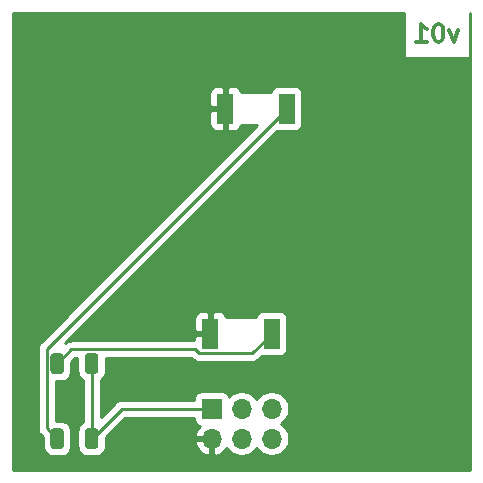
<source format=gbl>
%TF.GenerationSoftware,KiCad,Pcbnew,(5.1.12-1-10_14)*%
%TF.CreationDate,2022-04-14T08:34:34-04:00*%
%TF.ProjectId,Master_Warning,4d617374-6572-45f5-9761-726e696e672e,rev?*%
%TF.SameCoordinates,Original*%
%TF.FileFunction,Copper,L2,Bot*%
%TF.FilePolarity,Positive*%
%FSLAX46Y46*%
G04 Gerber Fmt 4.6, Leading zero omitted, Abs format (unit mm)*
G04 Created by KiCad (PCBNEW (5.1.12-1-10_14)) date 2022-04-14 08:34:34*
%MOMM*%
%LPD*%
G01*
G04 APERTURE LIST*
%TA.AperFunction,NonConductor*%
%ADD10C,0.300000*%
%TD*%
%TA.AperFunction,SMDPad,CuDef*%
%ADD11R,1.400000X2.600000*%
%TD*%
%TA.AperFunction,ComponentPad*%
%ADD12R,1.700000X1.700000*%
%TD*%
%TA.AperFunction,ComponentPad*%
%ADD13O,1.700000X1.700000*%
%TD*%
%TA.AperFunction,Conductor*%
%ADD14C,0.254000*%
%TD*%
%TA.AperFunction,Conductor*%
%ADD15C,0.100000*%
%TD*%
G04 APERTURE END LIST*
D10*
X178315714Y-72068571D02*
X177958571Y-73068571D01*
X177601428Y-72068571D01*
X176744285Y-71568571D02*
X176601428Y-71568571D01*
X176458571Y-71640000D01*
X176387142Y-71711428D01*
X176315714Y-71854285D01*
X176244285Y-72140000D01*
X176244285Y-72497142D01*
X176315714Y-72782857D01*
X176387142Y-72925714D01*
X176458571Y-72997142D01*
X176601428Y-73068571D01*
X176744285Y-73068571D01*
X176887142Y-72997142D01*
X176958571Y-72925714D01*
X177030000Y-72782857D01*
X177101428Y-72497142D01*
X177101428Y-72140000D01*
X177030000Y-71854285D01*
X176958571Y-71711428D01*
X176887142Y-71640000D01*
X176744285Y-71568571D01*
X174815714Y-73068571D02*
X175672857Y-73068571D01*
X175244285Y-73068571D02*
X175244285Y-71568571D01*
X175387142Y-71782857D01*
X175530000Y-71925714D01*
X175672857Y-71997142D01*
D11*
%TO.P,D1,2*%
%TO.N,Net-(D1-Pad2)*%
X162560000Y-97790000D03*
%TO.P,D1,1*%
%TO.N,GND*%
X157360000Y-97790000D03*
%TD*%
%TO.P,D2,1*%
%TO.N,GND*%
X158630000Y-78740000D03*
%TO.P,D2,2*%
%TO.N,Net-(D2-Pad2)*%
X163830000Y-78740000D03*
%TD*%
D12*
%TO.P,J1,1*%
%TO.N,Net-(J1-Pad1)*%
X157480000Y-104140000D03*
D13*
%TO.P,J1,2*%
%TO.N,GND*%
X157480000Y-106680000D03*
%TO.P,J1,3*%
%TO.N,Net-(J1-Pad3)*%
X160020000Y-104140000D03*
%TO.P,J1,4*%
%TO.N,Net-(J1-Pad4)*%
X160020000Y-106680000D03*
%TO.P,J1,5*%
%TO.N,Net-(J1-Pad5)*%
X162560000Y-104140000D03*
%TO.P,J1,6*%
%TO.N,Net-(J1-Pad6)*%
X162560000Y-106680000D03*
%TD*%
%TO.P,R1,1*%
%TO.N,Net-(D1-Pad2)*%
%TA.AperFunction,SMDPad,CuDef*%
G36*
G01*
X143832500Y-100955002D02*
X143832500Y-99704998D01*
G75*
G02*
X144082498Y-99455000I249998J0D01*
G01*
X144707502Y-99455000D01*
G75*
G02*
X144957500Y-99704998I0J-249998D01*
G01*
X144957500Y-100955002D01*
G75*
G02*
X144707502Y-101205000I-249998J0D01*
G01*
X144082498Y-101205000D01*
G75*
G02*
X143832500Y-100955002I0J249998D01*
G01*
G37*
%TD.AperFunction*%
%TO.P,R1,2*%
%TO.N,Net-(J1-Pad1)*%
%TA.AperFunction,SMDPad,CuDef*%
G36*
G01*
X146757500Y-100955002D02*
X146757500Y-99704998D01*
G75*
G02*
X147007498Y-99455000I249998J0D01*
G01*
X147632502Y-99455000D01*
G75*
G02*
X147882500Y-99704998I0J-249998D01*
G01*
X147882500Y-100955002D01*
G75*
G02*
X147632502Y-101205000I-249998J0D01*
G01*
X147007498Y-101205000D01*
G75*
G02*
X146757500Y-100955002I0J249998D01*
G01*
G37*
%TD.AperFunction*%
%TD*%
%TO.P,R2,2*%
%TO.N,Net-(J1-Pad1)*%
%TA.AperFunction,SMDPad,CuDef*%
G36*
G01*
X146757500Y-107305002D02*
X146757500Y-106054998D01*
G75*
G02*
X147007498Y-105805000I249998J0D01*
G01*
X147632502Y-105805000D01*
G75*
G02*
X147882500Y-106054998I0J-249998D01*
G01*
X147882500Y-107305002D01*
G75*
G02*
X147632502Y-107555000I-249998J0D01*
G01*
X147007498Y-107555000D01*
G75*
G02*
X146757500Y-107305002I0J249998D01*
G01*
G37*
%TD.AperFunction*%
%TO.P,R2,1*%
%TO.N,Net-(D2-Pad2)*%
%TA.AperFunction,SMDPad,CuDef*%
G36*
G01*
X143832500Y-107305002D02*
X143832500Y-106054998D01*
G75*
G02*
X144082498Y-105805000I249998J0D01*
G01*
X144707502Y-105805000D01*
G75*
G02*
X144957500Y-106054998I0J-249998D01*
G01*
X144957500Y-107305002D01*
G75*
G02*
X144707502Y-107555000I-249998J0D01*
G01*
X144082498Y-107555000D01*
G75*
G02*
X143832500Y-107305002I0J249998D01*
G01*
G37*
%TD.AperFunction*%
%TD*%
D14*
%TO.N,Net-(D1-Pad2)*%
X156398399Y-99417001D02*
X160932999Y-99417001D01*
X156109388Y-99127990D02*
X156398399Y-99417001D01*
X160932999Y-99417001D02*
X162560000Y-97790000D01*
X145597010Y-99127990D02*
X156109388Y-99127990D01*
X144395000Y-100330000D02*
X145597010Y-99127990D01*
%TO.N,Net-(D2-Pad2)*%
X143505490Y-99064510D02*
X163830000Y-78740000D01*
X143505490Y-105790490D02*
X143505490Y-99064510D01*
X144395000Y-106680000D02*
X143505490Y-105790490D01*
%TO.N,Net-(J1-Pad1)*%
X149860000Y-104140000D02*
X147320000Y-106680000D01*
X157480000Y-104140000D02*
X149860000Y-104140000D01*
X147320000Y-106680000D02*
X147320000Y-100330000D01*
%TD*%
%TO.N,GND*%
X173745000Y-74420000D02*
X179315000Y-74420000D01*
X179315000Y-70660000D01*
X179340000Y-70660000D01*
X179340001Y-109340000D01*
X140660000Y-109340000D01*
X140660000Y-99064510D01*
X142739804Y-99064510D01*
X142743491Y-99101943D01*
X142743490Y-105753067D01*
X142739804Y-105790490D01*
X142743490Y-105827913D01*
X142743490Y-105827915D01*
X142754516Y-105939867D01*
X142798088Y-106083504D01*
X142798089Y-106083505D01*
X142868845Y-106215882D01*
X142900626Y-106254607D01*
X142964068Y-106331912D01*
X142993143Y-106355774D01*
X143194428Y-106557058D01*
X143194428Y-107305002D01*
X143211492Y-107478256D01*
X143262028Y-107644852D01*
X143344095Y-107798387D01*
X143454538Y-107932962D01*
X143589113Y-108043405D01*
X143742648Y-108125472D01*
X143909244Y-108176008D01*
X144082498Y-108193072D01*
X144707502Y-108193072D01*
X144880756Y-108176008D01*
X145047352Y-108125472D01*
X145200887Y-108043405D01*
X145335462Y-107932962D01*
X145445905Y-107798387D01*
X145527972Y-107644852D01*
X145578508Y-107478256D01*
X145595572Y-107305002D01*
X145595572Y-106054998D01*
X145578508Y-105881744D01*
X145527972Y-105715148D01*
X145445905Y-105561613D01*
X145335462Y-105427038D01*
X145200887Y-105316595D01*
X145047352Y-105234528D01*
X144880756Y-105183992D01*
X144707502Y-105166928D01*
X144267490Y-105166928D01*
X144267490Y-101843072D01*
X144707502Y-101843072D01*
X144880756Y-101826008D01*
X145047352Y-101775472D01*
X145200887Y-101693405D01*
X145335462Y-101582962D01*
X145445905Y-101448387D01*
X145527972Y-101294852D01*
X145578508Y-101128256D01*
X145595572Y-100955002D01*
X145595572Y-100207059D01*
X145912641Y-99889990D01*
X146119428Y-99889990D01*
X146119428Y-100955002D01*
X146136492Y-101128256D01*
X146187028Y-101294852D01*
X146269095Y-101448387D01*
X146379538Y-101582962D01*
X146514113Y-101693405D01*
X146558001Y-101716864D01*
X146558000Y-105293137D01*
X146514113Y-105316595D01*
X146379538Y-105427038D01*
X146269095Y-105561613D01*
X146187028Y-105715148D01*
X146136492Y-105881744D01*
X146119428Y-106054998D01*
X146119428Y-107305002D01*
X146136492Y-107478256D01*
X146187028Y-107644852D01*
X146269095Y-107798387D01*
X146379538Y-107932962D01*
X146514113Y-108043405D01*
X146667648Y-108125472D01*
X146834244Y-108176008D01*
X147007498Y-108193072D01*
X147632502Y-108193072D01*
X147805756Y-108176008D01*
X147972352Y-108125472D01*
X148125887Y-108043405D01*
X148260462Y-107932962D01*
X148370905Y-107798387D01*
X148452972Y-107644852D01*
X148503508Y-107478256D01*
X148520572Y-107305002D01*
X148520572Y-107036891D01*
X156038519Y-107036891D01*
X156135843Y-107311252D01*
X156284822Y-107561355D01*
X156479731Y-107777588D01*
X156713080Y-107951641D01*
X156975901Y-108076825D01*
X157123110Y-108121476D01*
X157353000Y-108000155D01*
X157353000Y-106807000D01*
X156159186Y-106807000D01*
X156038519Y-107036891D01*
X148520572Y-107036891D01*
X148520572Y-106557058D01*
X150175631Y-104902000D01*
X155991928Y-104902000D01*
X155991928Y-104990000D01*
X156004188Y-105114482D01*
X156040498Y-105234180D01*
X156099463Y-105344494D01*
X156178815Y-105441185D01*
X156275506Y-105520537D01*
X156385820Y-105579502D01*
X156461626Y-105602498D01*
X156284822Y-105798645D01*
X156135843Y-106048748D01*
X156038519Y-106323109D01*
X156159186Y-106553000D01*
X157353000Y-106553000D01*
X157353000Y-106533000D01*
X157607000Y-106533000D01*
X157607000Y-106553000D01*
X157627000Y-106553000D01*
X157627000Y-106807000D01*
X157607000Y-106807000D01*
X157607000Y-108000155D01*
X157836890Y-108121476D01*
X157984099Y-108076825D01*
X158246920Y-107951641D01*
X158480269Y-107777588D01*
X158675178Y-107561355D01*
X158744805Y-107444466D01*
X158866525Y-107626632D01*
X159073368Y-107833475D01*
X159316589Y-107995990D01*
X159586842Y-108107932D01*
X159873740Y-108165000D01*
X160166260Y-108165000D01*
X160453158Y-108107932D01*
X160723411Y-107995990D01*
X160966632Y-107833475D01*
X161173475Y-107626632D01*
X161290000Y-107452240D01*
X161406525Y-107626632D01*
X161613368Y-107833475D01*
X161856589Y-107995990D01*
X162126842Y-108107932D01*
X162413740Y-108165000D01*
X162706260Y-108165000D01*
X162993158Y-108107932D01*
X163263411Y-107995990D01*
X163506632Y-107833475D01*
X163713475Y-107626632D01*
X163875990Y-107383411D01*
X163987932Y-107113158D01*
X164045000Y-106826260D01*
X164045000Y-106533740D01*
X163987932Y-106246842D01*
X163875990Y-105976589D01*
X163713475Y-105733368D01*
X163506632Y-105526525D01*
X163332240Y-105410000D01*
X163506632Y-105293475D01*
X163713475Y-105086632D01*
X163875990Y-104843411D01*
X163987932Y-104573158D01*
X164045000Y-104286260D01*
X164045000Y-103993740D01*
X163987932Y-103706842D01*
X163875990Y-103436589D01*
X163713475Y-103193368D01*
X163506632Y-102986525D01*
X163263411Y-102824010D01*
X162993158Y-102712068D01*
X162706260Y-102655000D01*
X162413740Y-102655000D01*
X162126842Y-102712068D01*
X161856589Y-102824010D01*
X161613368Y-102986525D01*
X161406525Y-103193368D01*
X161290000Y-103367760D01*
X161173475Y-103193368D01*
X160966632Y-102986525D01*
X160723411Y-102824010D01*
X160453158Y-102712068D01*
X160166260Y-102655000D01*
X159873740Y-102655000D01*
X159586842Y-102712068D01*
X159316589Y-102824010D01*
X159073368Y-102986525D01*
X158941513Y-103118380D01*
X158919502Y-103045820D01*
X158860537Y-102935506D01*
X158781185Y-102838815D01*
X158684494Y-102759463D01*
X158574180Y-102700498D01*
X158454482Y-102664188D01*
X158330000Y-102651928D01*
X156630000Y-102651928D01*
X156505518Y-102664188D01*
X156385820Y-102700498D01*
X156275506Y-102759463D01*
X156178815Y-102838815D01*
X156099463Y-102935506D01*
X156040498Y-103045820D01*
X156004188Y-103165518D01*
X155991928Y-103290000D01*
X155991928Y-103378000D01*
X149897422Y-103378000D01*
X149859999Y-103374314D01*
X149822576Y-103378000D01*
X149822574Y-103378000D01*
X149710622Y-103389026D01*
X149566985Y-103432598D01*
X149434608Y-103503355D01*
X149318578Y-103598578D01*
X149294721Y-103627648D01*
X148082000Y-104840369D01*
X148082000Y-101716863D01*
X148125887Y-101693405D01*
X148260462Y-101582962D01*
X148370905Y-101448387D01*
X148452972Y-101294852D01*
X148503508Y-101128256D01*
X148520572Y-100955002D01*
X148520572Y-99889990D01*
X155793758Y-99889990D01*
X155833115Y-99929347D01*
X155856977Y-99958423D01*
X155973007Y-100053646D01*
X156105384Y-100124403D01*
X156249021Y-100167975D01*
X156360973Y-100179001D01*
X156360975Y-100179001D01*
X156398398Y-100182687D01*
X156435821Y-100179001D01*
X160895576Y-100179001D01*
X160932999Y-100182687D01*
X160970422Y-100179001D01*
X160970425Y-100179001D01*
X161082377Y-100167975D01*
X161226014Y-100124403D01*
X161358391Y-100053646D01*
X161474421Y-99958423D01*
X161498283Y-99929347D01*
X161717334Y-99710296D01*
X161735518Y-99715812D01*
X161860000Y-99728072D01*
X163260000Y-99728072D01*
X163384482Y-99715812D01*
X163504180Y-99679502D01*
X163614494Y-99620537D01*
X163711185Y-99541185D01*
X163790537Y-99444494D01*
X163849502Y-99334180D01*
X163885812Y-99214482D01*
X163898072Y-99090000D01*
X163898072Y-96490000D01*
X163885812Y-96365518D01*
X163849502Y-96245820D01*
X163790537Y-96135506D01*
X163711185Y-96038815D01*
X163614494Y-95959463D01*
X163504180Y-95900498D01*
X163384482Y-95864188D01*
X163260000Y-95851928D01*
X161860000Y-95851928D01*
X161735518Y-95864188D01*
X161615820Y-95900498D01*
X161505506Y-95959463D01*
X161408815Y-96038815D01*
X161329463Y-96135506D01*
X161270498Y-96245820D01*
X161234188Y-96365518D01*
X161231481Y-96393000D01*
X158750000Y-96393000D01*
X158725224Y-96395440D01*
X158701399Y-96402667D01*
X158690067Y-96408724D01*
X158685812Y-96365518D01*
X158649502Y-96245820D01*
X158590537Y-96135506D01*
X158511185Y-96038815D01*
X158414494Y-95959463D01*
X158304180Y-95900498D01*
X158184482Y-95864188D01*
X158060000Y-95851928D01*
X157645750Y-95855000D01*
X157487000Y-96013750D01*
X157487000Y-97663000D01*
X157507000Y-97663000D01*
X157507000Y-97917000D01*
X157487000Y-97917000D01*
X157487000Y-97937000D01*
X157233000Y-97937000D01*
X157233000Y-97917000D01*
X156183750Y-97917000D01*
X156025000Y-98075750D01*
X156024121Y-98365990D01*
X145634433Y-98365990D01*
X145597010Y-98362304D01*
X145559587Y-98365990D01*
X145559584Y-98365990D01*
X145447632Y-98377016D01*
X145303995Y-98420588D01*
X145290381Y-98427865D01*
X145171617Y-98491345D01*
X145097516Y-98552159D01*
X145086114Y-98561516D01*
X147157630Y-96490000D01*
X156021928Y-96490000D01*
X156025000Y-97504250D01*
X156183750Y-97663000D01*
X157233000Y-97663000D01*
X157233000Y-96013750D01*
X157074250Y-95855000D01*
X156660000Y-95851928D01*
X156535518Y-95864188D01*
X156415820Y-95900498D01*
X156305506Y-95959463D01*
X156208815Y-96038815D01*
X156129463Y-96135506D01*
X156070498Y-96245820D01*
X156034188Y-96365518D01*
X156021928Y-96490000D01*
X147157630Y-96490000D01*
X162987334Y-80660296D01*
X163005518Y-80665812D01*
X163130000Y-80678072D01*
X164530000Y-80678072D01*
X164654482Y-80665812D01*
X164774180Y-80629502D01*
X164884494Y-80570537D01*
X164981185Y-80491185D01*
X165060537Y-80394494D01*
X165119502Y-80284180D01*
X165155812Y-80164482D01*
X165168072Y-80040000D01*
X165168072Y-77440000D01*
X165155812Y-77315518D01*
X165119502Y-77195820D01*
X165060537Y-77085506D01*
X164981185Y-76988815D01*
X164884494Y-76909463D01*
X164774180Y-76850498D01*
X164654482Y-76814188D01*
X164530000Y-76801928D01*
X163130000Y-76801928D01*
X163005518Y-76814188D01*
X162885820Y-76850498D01*
X162775506Y-76909463D01*
X162678815Y-76988815D01*
X162599463Y-77085506D01*
X162540498Y-77195820D01*
X162504188Y-77315518D01*
X162501481Y-77343000D01*
X160020000Y-77343000D01*
X159995224Y-77345440D01*
X159971399Y-77352667D01*
X159960067Y-77358724D01*
X159955812Y-77315518D01*
X159919502Y-77195820D01*
X159860537Y-77085506D01*
X159781185Y-76988815D01*
X159684494Y-76909463D01*
X159574180Y-76850498D01*
X159454482Y-76814188D01*
X159330000Y-76801928D01*
X158915750Y-76805000D01*
X158757000Y-76963750D01*
X158757000Y-78613000D01*
X158777000Y-78613000D01*
X158777000Y-78867000D01*
X158757000Y-78867000D01*
X158757000Y-80516250D01*
X158915750Y-80675000D01*
X159330000Y-80678072D01*
X159454482Y-80665812D01*
X159574180Y-80629502D01*
X159684494Y-80570537D01*
X159781185Y-80491185D01*
X159860537Y-80394494D01*
X159919502Y-80284180D01*
X159955812Y-80164482D01*
X159960067Y-80121276D01*
X159971399Y-80127333D01*
X159995224Y-80134560D01*
X160020000Y-80137000D01*
X161355370Y-80137000D01*
X142993139Y-98499231D01*
X142964069Y-98523088D01*
X142940212Y-98552158D01*
X142940211Y-98552159D01*
X142868845Y-98639118D01*
X142798089Y-98771495D01*
X142754517Y-98915132D01*
X142739804Y-99064510D01*
X140660000Y-99064510D01*
X140660000Y-80040000D01*
X157291928Y-80040000D01*
X157304188Y-80164482D01*
X157340498Y-80284180D01*
X157399463Y-80394494D01*
X157478815Y-80491185D01*
X157575506Y-80570537D01*
X157685820Y-80629502D01*
X157805518Y-80665812D01*
X157930000Y-80678072D01*
X158344250Y-80675000D01*
X158503000Y-80516250D01*
X158503000Y-78867000D01*
X157453750Y-78867000D01*
X157295000Y-79025750D01*
X157291928Y-80040000D01*
X140660000Y-80040000D01*
X140660000Y-77440000D01*
X157291928Y-77440000D01*
X157295000Y-78454250D01*
X157453750Y-78613000D01*
X158503000Y-78613000D01*
X158503000Y-76963750D01*
X158344250Y-76805000D01*
X157930000Y-76801928D01*
X157805518Y-76814188D01*
X157685820Y-76850498D01*
X157575506Y-76909463D01*
X157478815Y-76988815D01*
X157399463Y-77085506D01*
X157340498Y-77195820D01*
X157304188Y-77315518D01*
X157291928Y-77440000D01*
X140660000Y-77440000D01*
X140660000Y-70660000D01*
X173745000Y-70660000D01*
X173745000Y-74420000D01*
%TA.AperFunction,Conductor*%
D15*
G36*
X173745000Y-74420000D02*
G01*
X179315000Y-74420000D01*
X179315000Y-70660000D01*
X179340000Y-70660000D01*
X179340001Y-109340000D01*
X140660000Y-109340000D01*
X140660000Y-99064510D01*
X142739804Y-99064510D01*
X142743491Y-99101943D01*
X142743490Y-105753067D01*
X142739804Y-105790490D01*
X142743490Y-105827913D01*
X142743490Y-105827915D01*
X142754516Y-105939867D01*
X142798088Y-106083504D01*
X142798089Y-106083505D01*
X142868845Y-106215882D01*
X142900626Y-106254607D01*
X142964068Y-106331912D01*
X142993143Y-106355774D01*
X143194428Y-106557058D01*
X143194428Y-107305002D01*
X143211492Y-107478256D01*
X143262028Y-107644852D01*
X143344095Y-107798387D01*
X143454538Y-107932962D01*
X143589113Y-108043405D01*
X143742648Y-108125472D01*
X143909244Y-108176008D01*
X144082498Y-108193072D01*
X144707502Y-108193072D01*
X144880756Y-108176008D01*
X145047352Y-108125472D01*
X145200887Y-108043405D01*
X145335462Y-107932962D01*
X145445905Y-107798387D01*
X145527972Y-107644852D01*
X145578508Y-107478256D01*
X145595572Y-107305002D01*
X145595572Y-106054998D01*
X145578508Y-105881744D01*
X145527972Y-105715148D01*
X145445905Y-105561613D01*
X145335462Y-105427038D01*
X145200887Y-105316595D01*
X145047352Y-105234528D01*
X144880756Y-105183992D01*
X144707502Y-105166928D01*
X144267490Y-105166928D01*
X144267490Y-101843072D01*
X144707502Y-101843072D01*
X144880756Y-101826008D01*
X145047352Y-101775472D01*
X145200887Y-101693405D01*
X145335462Y-101582962D01*
X145445905Y-101448387D01*
X145527972Y-101294852D01*
X145578508Y-101128256D01*
X145595572Y-100955002D01*
X145595572Y-100207059D01*
X145912641Y-99889990D01*
X146119428Y-99889990D01*
X146119428Y-100955002D01*
X146136492Y-101128256D01*
X146187028Y-101294852D01*
X146269095Y-101448387D01*
X146379538Y-101582962D01*
X146514113Y-101693405D01*
X146558001Y-101716864D01*
X146558000Y-105293137D01*
X146514113Y-105316595D01*
X146379538Y-105427038D01*
X146269095Y-105561613D01*
X146187028Y-105715148D01*
X146136492Y-105881744D01*
X146119428Y-106054998D01*
X146119428Y-107305002D01*
X146136492Y-107478256D01*
X146187028Y-107644852D01*
X146269095Y-107798387D01*
X146379538Y-107932962D01*
X146514113Y-108043405D01*
X146667648Y-108125472D01*
X146834244Y-108176008D01*
X147007498Y-108193072D01*
X147632502Y-108193072D01*
X147805756Y-108176008D01*
X147972352Y-108125472D01*
X148125887Y-108043405D01*
X148260462Y-107932962D01*
X148370905Y-107798387D01*
X148452972Y-107644852D01*
X148503508Y-107478256D01*
X148520572Y-107305002D01*
X148520572Y-107036891D01*
X156038519Y-107036891D01*
X156135843Y-107311252D01*
X156284822Y-107561355D01*
X156479731Y-107777588D01*
X156713080Y-107951641D01*
X156975901Y-108076825D01*
X157123110Y-108121476D01*
X157353000Y-108000155D01*
X157353000Y-106807000D01*
X156159186Y-106807000D01*
X156038519Y-107036891D01*
X148520572Y-107036891D01*
X148520572Y-106557058D01*
X150175631Y-104902000D01*
X155991928Y-104902000D01*
X155991928Y-104990000D01*
X156004188Y-105114482D01*
X156040498Y-105234180D01*
X156099463Y-105344494D01*
X156178815Y-105441185D01*
X156275506Y-105520537D01*
X156385820Y-105579502D01*
X156461626Y-105602498D01*
X156284822Y-105798645D01*
X156135843Y-106048748D01*
X156038519Y-106323109D01*
X156159186Y-106553000D01*
X157353000Y-106553000D01*
X157353000Y-106533000D01*
X157607000Y-106533000D01*
X157607000Y-106553000D01*
X157627000Y-106553000D01*
X157627000Y-106807000D01*
X157607000Y-106807000D01*
X157607000Y-108000155D01*
X157836890Y-108121476D01*
X157984099Y-108076825D01*
X158246920Y-107951641D01*
X158480269Y-107777588D01*
X158675178Y-107561355D01*
X158744805Y-107444466D01*
X158866525Y-107626632D01*
X159073368Y-107833475D01*
X159316589Y-107995990D01*
X159586842Y-108107932D01*
X159873740Y-108165000D01*
X160166260Y-108165000D01*
X160453158Y-108107932D01*
X160723411Y-107995990D01*
X160966632Y-107833475D01*
X161173475Y-107626632D01*
X161290000Y-107452240D01*
X161406525Y-107626632D01*
X161613368Y-107833475D01*
X161856589Y-107995990D01*
X162126842Y-108107932D01*
X162413740Y-108165000D01*
X162706260Y-108165000D01*
X162993158Y-108107932D01*
X163263411Y-107995990D01*
X163506632Y-107833475D01*
X163713475Y-107626632D01*
X163875990Y-107383411D01*
X163987932Y-107113158D01*
X164045000Y-106826260D01*
X164045000Y-106533740D01*
X163987932Y-106246842D01*
X163875990Y-105976589D01*
X163713475Y-105733368D01*
X163506632Y-105526525D01*
X163332240Y-105410000D01*
X163506632Y-105293475D01*
X163713475Y-105086632D01*
X163875990Y-104843411D01*
X163987932Y-104573158D01*
X164045000Y-104286260D01*
X164045000Y-103993740D01*
X163987932Y-103706842D01*
X163875990Y-103436589D01*
X163713475Y-103193368D01*
X163506632Y-102986525D01*
X163263411Y-102824010D01*
X162993158Y-102712068D01*
X162706260Y-102655000D01*
X162413740Y-102655000D01*
X162126842Y-102712068D01*
X161856589Y-102824010D01*
X161613368Y-102986525D01*
X161406525Y-103193368D01*
X161290000Y-103367760D01*
X161173475Y-103193368D01*
X160966632Y-102986525D01*
X160723411Y-102824010D01*
X160453158Y-102712068D01*
X160166260Y-102655000D01*
X159873740Y-102655000D01*
X159586842Y-102712068D01*
X159316589Y-102824010D01*
X159073368Y-102986525D01*
X158941513Y-103118380D01*
X158919502Y-103045820D01*
X158860537Y-102935506D01*
X158781185Y-102838815D01*
X158684494Y-102759463D01*
X158574180Y-102700498D01*
X158454482Y-102664188D01*
X158330000Y-102651928D01*
X156630000Y-102651928D01*
X156505518Y-102664188D01*
X156385820Y-102700498D01*
X156275506Y-102759463D01*
X156178815Y-102838815D01*
X156099463Y-102935506D01*
X156040498Y-103045820D01*
X156004188Y-103165518D01*
X155991928Y-103290000D01*
X155991928Y-103378000D01*
X149897422Y-103378000D01*
X149859999Y-103374314D01*
X149822576Y-103378000D01*
X149822574Y-103378000D01*
X149710622Y-103389026D01*
X149566985Y-103432598D01*
X149434608Y-103503355D01*
X149318578Y-103598578D01*
X149294721Y-103627648D01*
X148082000Y-104840369D01*
X148082000Y-101716863D01*
X148125887Y-101693405D01*
X148260462Y-101582962D01*
X148370905Y-101448387D01*
X148452972Y-101294852D01*
X148503508Y-101128256D01*
X148520572Y-100955002D01*
X148520572Y-99889990D01*
X155793758Y-99889990D01*
X155833115Y-99929347D01*
X155856977Y-99958423D01*
X155973007Y-100053646D01*
X156105384Y-100124403D01*
X156249021Y-100167975D01*
X156360973Y-100179001D01*
X156360975Y-100179001D01*
X156398398Y-100182687D01*
X156435821Y-100179001D01*
X160895576Y-100179001D01*
X160932999Y-100182687D01*
X160970422Y-100179001D01*
X160970425Y-100179001D01*
X161082377Y-100167975D01*
X161226014Y-100124403D01*
X161358391Y-100053646D01*
X161474421Y-99958423D01*
X161498283Y-99929347D01*
X161717334Y-99710296D01*
X161735518Y-99715812D01*
X161860000Y-99728072D01*
X163260000Y-99728072D01*
X163384482Y-99715812D01*
X163504180Y-99679502D01*
X163614494Y-99620537D01*
X163711185Y-99541185D01*
X163790537Y-99444494D01*
X163849502Y-99334180D01*
X163885812Y-99214482D01*
X163898072Y-99090000D01*
X163898072Y-96490000D01*
X163885812Y-96365518D01*
X163849502Y-96245820D01*
X163790537Y-96135506D01*
X163711185Y-96038815D01*
X163614494Y-95959463D01*
X163504180Y-95900498D01*
X163384482Y-95864188D01*
X163260000Y-95851928D01*
X161860000Y-95851928D01*
X161735518Y-95864188D01*
X161615820Y-95900498D01*
X161505506Y-95959463D01*
X161408815Y-96038815D01*
X161329463Y-96135506D01*
X161270498Y-96245820D01*
X161234188Y-96365518D01*
X161231481Y-96393000D01*
X158750000Y-96393000D01*
X158725224Y-96395440D01*
X158701399Y-96402667D01*
X158690067Y-96408724D01*
X158685812Y-96365518D01*
X158649502Y-96245820D01*
X158590537Y-96135506D01*
X158511185Y-96038815D01*
X158414494Y-95959463D01*
X158304180Y-95900498D01*
X158184482Y-95864188D01*
X158060000Y-95851928D01*
X157645750Y-95855000D01*
X157487000Y-96013750D01*
X157487000Y-97663000D01*
X157507000Y-97663000D01*
X157507000Y-97917000D01*
X157487000Y-97917000D01*
X157487000Y-97937000D01*
X157233000Y-97937000D01*
X157233000Y-97917000D01*
X156183750Y-97917000D01*
X156025000Y-98075750D01*
X156024121Y-98365990D01*
X145634433Y-98365990D01*
X145597010Y-98362304D01*
X145559587Y-98365990D01*
X145559584Y-98365990D01*
X145447632Y-98377016D01*
X145303995Y-98420588D01*
X145290381Y-98427865D01*
X145171617Y-98491345D01*
X145097516Y-98552159D01*
X145086114Y-98561516D01*
X147157630Y-96490000D01*
X156021928Y-96490000D01*
X156025000Y-97504250D01*
X156183750Y-97663000D01*
X157233000Y-97663000D01*
X157233000Y-96013750D01*
X157074250Y-95855000D01*
X156660000Y-95851928D01*
X156535518Y-95864188D01*
X156415820Y-95900498D01*
X156305506Y-95959463D01*
X156208815Y-96038815D01*
X156129463Y-96135506D01*
X156070498Y-96245820D01*
X156034188Y-96365518D01*
X156021928Y-96490000D01*
X147157630Y-96490000D01*
X162987334Y-80660296D01*
X163005518Y-80665812D01*
X163130000Y-80678072D01*
X164530000Y-80678072D01*
X164654482Y-80665812D01*
X164774180Y-80629502D01*
X164884494Y-80570537D01*
X164981185Y-80491185D01*
X165060537Y-80394494D01*
X165119502Y-80284180D01*
X165155812Y-80164482D01*
X165168072Y-80040000D01*
X165168072Y-77440000D01*
X165155812Y-77315518D01*
X165119502Y-77195820D01*
X165060537Y-77085506D01*
X164981185Y-76988815D01*
X164884494Y-76909463D01*
X164774180Y-76850498D01*
X164654482Y-76814188D01*
X164530000Y-76801928D01*
X163130000Y-76801928D01*
X163005518Y-76814188D01*
X162885820Y-76850498D01*
X162775506Y-76909463D01*
X162678815Y-76988815D01*
X162599463Y-77085506D01*
X162540498Y-77195820D01*
X162504188Y-77315518D01*
X162501481Y-77343000D01*
X160020000Y-77343000D01*
X159995224Y-77345440D01*
X159971399Y-77352667D01*
X159960067Y-77358724D01*
X159955812Y-77315518D01*
X159919502Y-77195820D01*
X159860537Y-77085506D01*
X159781185Y-76988815D01*
X159684494Y-76909463D01*
X159574180Y-76850498D01*
X159454482Y-76814188D01*
X159330000Y-76801928D01*
X158915750Y-76805000D01*
X158757000Y-76963750D01*
X158757000Y-78613000D01*
X158777000Y-78613000D01*
X158777000Y-78867000D01*
X158757000Y-78867000D01*
X158757000Y-80516250D01*
X158915750Y-80675000D01*
X159330000Y-80678072D01*
X159454482Y-80665812D01*
X159574180Y-80629502D01*
X159684494Y-80570537D01*
X159781185Y-80491185D01*
X159860537Y-80394494D01*
X159919502Y-80284180D01*
X159955812Y-80164482D01*
X159960067Y-80121276D01*
X159971399Y-80127333D01*
X159995224Y-80134560D01*
X160020000Y-80137000D01*
X161355370Y-80137000D01*
X142993139Y-98499231D01*
X142964069Y-98523088D01*
X142940212Y-98552158D01*
X142940211Y-98552159D01*
X142868845Y-98639118D01*
X142798089Y-98771495D01*
X142754517Y-98915132D01*
X142739804Y-99064510D01*
X140660000Y-99064510D01*
X140660000Y-80040000D01*
X157291928Y-80040000D01*
X157304188Y-80164482D01*
X157340498Y-80284180D01*
X157399463Y-80394494D01*
X157478815Y-80491185D01*
X157575506Y-80570537D01*
X157685820Y-80629502D01*
X157805518Y-80665812D01*
X157930000Y-80678072D01*
X158344250Y-80675000D01*
X158503000Y-80516250D01*
X158503000Y-78867000D01*
X157453750Y-78867000D01*
X157295000Y-79025750D01*
X157291928Y-80040000D01*
X140660000Y-80040000D01*
X140660000Y-77440000D01*
X157291928Y-77440000D01*
X157295000Y-78454250D01*
X157453750Y-78613000D01*
X158503000Y-78613000D01*
X158503000Y-76963750D01*
X158344250Y-76805000D01*
X157930000Y-76801928D01*
X157805518Y-76814188D01*
X157685820Y-76850498D01*
X157575506Y-76909463D01*
X157478815Y-76988815D01*
X157399463Y-77085506D01*
X157340498Y-77195820D01*
X157304188Y-77315518D01*
X157291928Y-77440000D01*
X140660000Y-77440000D01*
X140660000Y-70660000D01*
X173745000Y-70660000D01*
X173745000Y-74420000D01*
G37*
%TD.AperFunction*%
%TD*%
M02*

</source>
